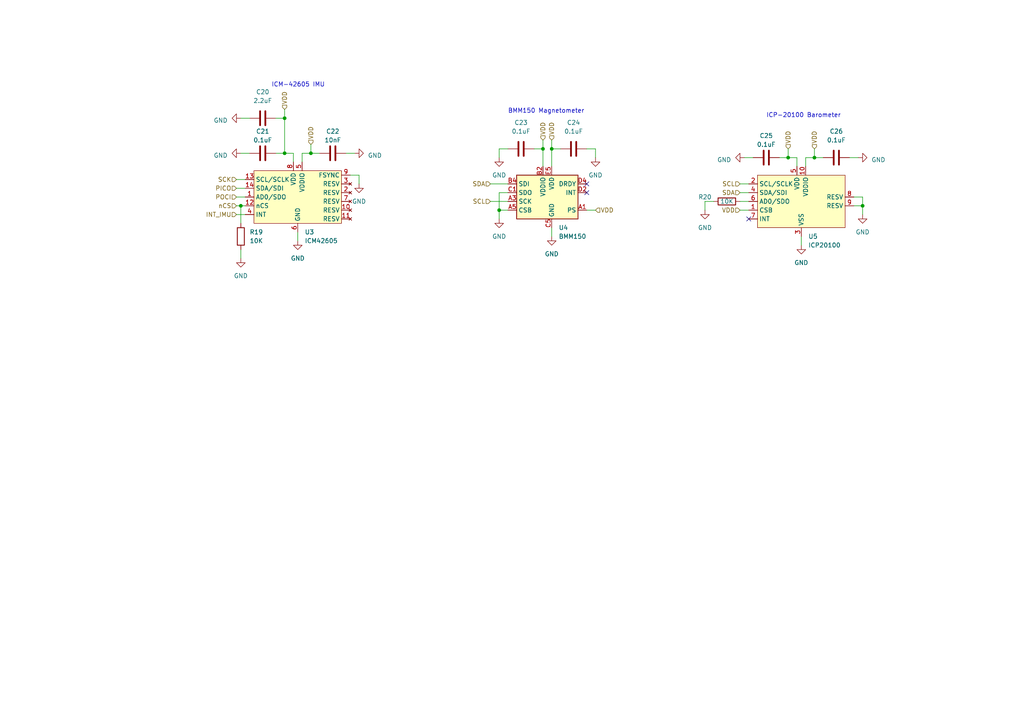
<source format=kicad_sch>
(kicad_sch (version 20211123) (generator eeschema)
  (paper "A4")
  (lib_symbols
    (symbol "Device:C" (pin_numbers hide) (pin_names (offset 0.254))
      (property "Reference" "C" (at 0.635 2.54 0))
      (property "Value" "C" (at 0.635 -2.54 0))
      (symbol "C_0_1"
        (polyline (pts (xy -2.032 -0.762) (xy 2.032 -0.762)) (stroke (width 0.508)))
        (polyline (pts (xy -2.032 0.762) (xy 2.032 0.762)) (stroke (width 0.508)))
      )
      (symbol "C_1_1"
        (pin passive line (at 0 3.81 270) (length 2.794) (name "~") (number "1"))
        (pin passive line (at 0 -3.81 90) (length 2.794) (name "~") (number "2"))
      )
    )
    (symbol "Device:R" (pin_numbers hide) (pin_names (offset 0))
      (property "Reference" "R" (at 2.032 0 90))
      (property "Value" "R" (at 0 0 90))
      (symbol "R_0_1"
        (rectangle (start -1.016 -2.54) (end 1.016 2.54) (stroke (width 0.254)))
      )
      (symbol "R_1_1"
        (pin passive line (at 0 3.81 270) (length 1.27) (name "~") (number "1"))
        (pin passive line (at 0 -3.81 90) (length 1.27) (name "~") (number "2"))
      )
    )
    (symbol "ICM42605:ICM42605"
      (property "Reference" "U" (at -7.62 8.89 0))
      (property "Value" "ICM42605" (at 7.62 8.89 0))
      (symbol "ICM42605_0_1"
        (rectangle (start -12.7 7.62) (end 12.7 -7.62) (stroke (width 0.1524)) (fill (type background)))
      )
      (symbol "ICM42605_1_1"
        (pin bidirectional line (at -15.24 0 0) (length 2.54) (name "AD0/SDO") (number "1"))
        (pin no_connect line (at 15.24 -3.81 180) (length 2.54) (name "RESV") (number "10"))
        (pin no_connect line (at 15.24 -6.35 180) (length 2.54) (name "RESV") (number "11"))
        (pin input line (at -15.24 -2.54 0) (length 2.54) (name "nCS") (number "12"))
        (pin input line (at -15.24 5.08 0) (length 2.54) (name "SCL/SCLK") (number "13"))
        (pin bidirectional line (at -15.24 2.54 0) (length 2.54) (name "SDA/SDI") (number "14"))
        (pin no_connect line (at 15.24 1.27 180) (length 2.54) (name "RESV") (number "2"))
        (pin no_connect line (at 15.24 3.81 180) (length 2.54) (name "RESV") (number "3"))
        (pin output line (at -15.24 -5.08 0) (length 2.54) (name "INT") (number "4"))
        (pin power_in line (at 1.27 10.16 270) (length 2.54) (name "VDDIO") (number "5"))
        (pin power_in line (at 0 -10.16 90) (length 2.54) (name "GND") (number "6"))
        (pin no_connect line (at 15.24 -1.27 180) (length 2.54) (name "RESV") (number "7"))
        (pin power_in line (at -1.27 10.16 270) (length 2.54) (name "VDD") (number "8"))
        (pin output line (at 15.24 6.35 180) (length 2.54) (name "FSYNC") (number "9"))
      )
    )
    (symbol "Invensense_ICP:ICP20100"
      (property "Reference" "U" (at -7.62 8.89 0))
      (property "Value" "ICP20100" (at 7.62 8.89 0))
      (symbol "ICP20100_0_1"
        (rectangle (start -12.7 7.62) (end 12.7 -7.62) (stroke (width 0.1524)) (fill (type background)))
      )
      (symbol "ICP20100_1_1"
        (pin input line (at -15.24 -2.54 0) (length 2.54) (name "CSB") (number "1"))
        (pin power_in line (at 1.27 10.16 270) (length 2.54) (name "VDDIO") (number "10"))
        (pin input line (at -15.24 5.08 0) (length 2.54) (name "SCL/SCLK") (number "2"))
        (pin power_in line (at 0 -10.16 90) (length 2.54) (name "VSS") (number "3"))
        (pin bidirectional line (at -15.24 2.54 0) (length 2.54) (name "SDA/SDI") (number "4"))
        (pin power_in line (at -1.27 10.16 270) (length 2.54) (name "VDD") (number "5"))
        (pin bidirectional line (at -15.24 0 0) (length 2.54) (name "AD0/SDO") (number "6"))
        (pin output line (at -15.24 -5.08 0) (length 2.54) (name "INT") (number "7"))
        (pin passive line (at 15.24 1.27 180) (length 2.54) (name "RESV") (number "8"))
        (pin passive line (at 15.24 -1.27 180) (length 2.54) (name "RESV") (number "9"))
      )
    )
    (symbol "Sensor_Magnetic:BMM150"
      (property "Reference" "U" (at -10.16 6.35 0))
      (property "Value" "BMM150" (at 7.62 6.35 0))
      (symbol "BMM150_0_1"
        (rectangle (start -10.16 5.08) (end 7.62 -7.62) (stroke (width 0.254)) (fill (type background)))
      )
      (symbol "BMM150_1_1"
        (pin input line (at 10.16 -5.08 180) (length 2.54) (name "PS") (number "A1"))
        (pin bidirectional line (at -12.7 -2.54 0) (length 2.54) (name "SCK") (number "A3"))
        (pin input line (at -12.7 -5.08 0) (length 2.54) (name "CSB") (number "A5"))
        (pin power_in line (at -2.54 7.62 270) (length 2.54) (name "VDDIO") (number "B2"))
        (pin bidirectional line (at -12.7 2.54 0) (length 2.54) (name "SDI") (number "B4"))
        (pin bidirectional line (at -12.7 0 0) (length 2.54) (name "SDO") (number "C1"))
        (pin power_in line (at 0 -10.16 90) (length 2.54) (name "GND") (number "C5"))
        (pin output line (at 10.16 0 180) (length 2.54) (name "INT") (number "D2"))
        (pin output line (at 10.16 2.54 180) (length 2.54) (name "DRDY") (number "D4"))
        (pin passive line (at 0 -10.16 90) (length 2.54) hide (name "GND") (number "E1"))
        (pin passive line (at 0 -10.16 90) (length 2.54) hide (name "GND") (number "E3"))
        (pin power_in line (at 0 7.62 270) (length 2.54) (name "VDD") (number "E5"))
      )
    )
    (symbol "power:GND" (power) (pin_names (offset 0))
      (property "Value" "GND" (at 0 -3.81 0))
      (symbol "GND_0_1"
        (polyline (pts (xy 0 0) (xy 0 -1.27) (xy 1.27 -1.27) (xy 0 -2.54) (xy -1.27 -1.27) (xy 0 -1.27)))
      )
      (symbol "GND_1_1"
        (pin power_in line (at 0 0 270) (length 0) hide (name "GND") (number "1"))
      )
    )
  )
  (junction (at 160.02 43.18))
  (junction (at 236.22 45.72) (diameter 0.9144))
  (junction (at 90.17 44.45) (diameter 0.9144))
  (junction (at 82.55 34.29) (diameter 0.9144))
  (junction (at 250.19 59.69))
  (junction (at 82.55 44.45) (diameter 0.9144))
  (junction (at 157.48 43.18))
  (junction (at 69.85 59.69))
  (junction (at 228.6 45.72))
  (junction (at 144.78 60.96))
  (no_connect (at 217.17 63.5))
  (no_connect (at 170.18 53.34))
  (no_connect (at 170.18 55.88))
  (wire (pts (xy 160.02 43.18) (xy 160.02 48.26)))
  (wire (pts (xy 246.38 45.72) (xy 248.92 45.72)))
  (wire (pts (xy 86.36 67.31) (xy 86.36 69.85)))
  (wire (pts (xy 157.48 43.18) (xy 157.48 48.26)))
  (wire (pts (xy 68.58 57.15) (xy 71.12 57.15)))
  (wire (pts (xy 80.01 34.29) (xy 82.55 34.29)))
  (wire (pts (xy 144.78 55.88) (xy 147.32 55.88)))
  (wire (pts (xy 85.09 46.99) (xy 85.09 44.45)))
  (wire (pts (xy 228.6 43.18) (xy 228.6 45.72)))
  (wire (pts (xy 144.78 60.96) (xy 147.32 60.96)))
  (wire (pts (xy 69.85 59.69) (xy 71.12 59.69)))
  (wire (pts (xy 226.06 45.72) (xy 228.6 45.72)))
  (wire (pts (xy 170.18 43.18) (xy 172.72 43.18)))
  (wire (pts (xy 228.6 45.72) (xy 231.14 45.72)))
  (wire (pts (xy 250.19 62.23) (xy 250.19 59.69)))
  (wire (pts (xy 170.18 60.96) (xy 172.72 60.96)))
  (wire (pts (xy 142.24 53.34) (xy 147.32 53.34)))
  (wire (pts (xy 144.78 63.5) (xy 144.78 60.96)))
  (wire (pts (xy 104.14 50.8) (xy 101.6 50.8)))
  (wire (pts (xy 172.72 43.18) (xy 172.72 45.72)))
  (wire (pts (xy 231.14 48.26) (xy 231.14 45.72)))
  (wire (pts (xy 69.85 44.45) (xy 72.39 44.45)))
  (wire (pts (xy 69.85 59.69) (xy 69.85 64.77)))
  (wire (pts (xy 90.17 44.45) (xy 92.71 44.45)))
  (wire (pts (xy 154.94 43.18) (xy 157.48 43.18)))
  (wire (pts (xy 236.22 43.18) (xy 236.22 45.72)))
  (wire (pts (xy 250.19 57.15) (xy 250.19 59.69)))
  (wire (pts (xy 247.65 57.15) (xy 250.19 57.15)))
  (wire (pts (xy 144.78 60.96) (xy 144.78 55.88)))
  (wire (pts (xy 82.55 34.29) (xy 82.55 44.45)))
  (wire (pts (xy 214.63 60.96) (xy 217.17 60.96)))
  (wire (pts (xy 215.9 45.72) (xy 218.44 45.72)))
  (wire (pts (xy 204.47 60.96) (xy 204.47 58.42)))
  (wire (pts (xy 147.32 43.18) (xy 144.78 43.18)))
  (wire (pts (xy 160.02 40.64) (xy 160.02 43.18)))
  (wire (pts (xy 100.33 44.45) (xy 102.87 44.45)))
  (wire (pts (xy 157.48 40.64) (xy 157.48 43.18)))
  (wire (pts (xy 68.58 59.69) (xy 69.85 59.69)))
  (wire (pts (xy 68.58 62.23) (xy 71.12 62.23)))
  (wire (pts (xy 142.24 58.42) (xy 147.32 58.42)))
  (wire (pts (xy 160.02 43.18) (xy 162.56 43.18)))
  (wire (pts (xy 236.22 45.72) (xy 238.76 45.72)))
  (wire (pts (xy 214.63 53.34) (xy 217.17 53.34)))
  (wire (pts (xy 233.68 45.72) (xy 236.22 45.72)))
  (wire (pts (xy 250.19 59.69) (xy 247.65 59.69)))
  (wire (pts (xy 82.55 31.75) (xy 82.55 34.29)))
  (wire (pts (xy 68.58 54.61) (xy 71.12 54.61)))
  (wire (pts (xy 144.78 43.18) (xy 144.78 45.72)))
  (wire (pts (xy 82.55 44.45) (xy 80.01 44.45)))
  (wire (pts (xy 87.63 46.99) (xy 87.63 44.45)))
  (wire (pts (xy 90.17 41.91) (xy 90.17 44.45)))
  (wire (pts (xy 85.09 44.45) (xy 82.55 44.45)))
  (wire (pts (xy 68.58 52.07) (xy 71.12 52.07)))
  (wire (pts (xy 87.63 44.45) (xy 90.17 44.45)))
  (wire (pts (xy 69.85 34.29) (xy 72.39 34.29)))
  (wire (pts (xy 160.02 66.04) (xy 160.02 68.58)))
  (wire (pts (xy 232.41 68.58) (xy 232.41 71.12)))
  (wire (pts (xy 104.14 53.34) (xy 104.14 50.8)))
  (wire (pts (xy 233.68 48.26) (xy 233.68 45.72)))
  (wire (pts (xy 214.63 55.88) (xy 217.17 55.88)))
  (wire (pts (xy 214.63 58.42) (xy 217.17 58.42)))
  (wire (pts (xy 69.85 72.39) (xy 69.85 74.93)))
  (wire (pts (xy 204.47 58.42) (xy 207.01 58.42)))
  (text "ICM-42605 IMU" (at 78.74 25.4 0) (effects (font (size 1.27 1.27)) (justify left bottom)))
  (text "ICP-20100 Barometer" (at 222.25 34.29 0) (effects (font (size 1.27 1.27)) (justify left bottom)))
  (text "BMM150 Magnetometer" (at 147.32 33.02 0) (effects (font (size 1.27 1.27)) (justify left bottom)))
  (hierarchical_label "SCL" (shape input) (at 214.63 53.34 180))
  (hierarchical_label "SCL" (shape input) (at 142.24 58.42 180))
  (hierarchical_label "PICO" (shape input) (at 68.58 54.61 180))
  (hierarchical_label "VDD" (shape input) (at 172.72 60.96 0))
  (hierarchical_label "SCK" (shape input) (at 68.58 52.07 180))
  (hierarchical_label "VDD" (shape input) (at 236.22 43.18 90))
  (hierarchical_label "VDD" (shape input) (at 82.55 31.75 90))
  (hierarchical_label "nCS" (shape input) (at 68.58 59.69 180))
  (hierarchical_label "VDD" (shape input) (at 228.6 43.18 90))
  (hierarchical_label "INT_IMU" (shape input) (at 68.58 62.23 180))
  (hierarchical_label "VDD" (shape input) (at 160.02 40.64 90))
  (hierarchical_label "SDA" (shape input) (at 214.63 55.88 180))
  (hierarchical_label "VDD" (shape input) (at 90.17 41.91 90))
  (hierarchical_label "POCI" (shape input) (at 68.58 57.15 180))
  (hierarchical_label "SDA" (shape input) (at 142.24 53.34 180))
  (hierarchical_label "VDD" (shape input) (at 214.63 60.96 180))
  (hierarchical_label "VDD" (shape input) (at 157.48 40.64 90))
  (symbol (lib_id "power:GND") (at 102.87 44.45 90) (unit 1)
    (property "Reference" "#PWR039" (effects hide))
    (property "Value" "GND" (at 106.68 45.0849 90) (effects (justify right)))
  )
  (symbol (lib_id "power:GND") (at 232.41 71.12 0) (unit 1)
    (property "Reference" "#PWR047" (effects hide))
    (property "Value" "GND" (at 232.41 76.2 0))
  )
  (symbol (lib_id "Device:R") (at 69.85 68.58 0) (unit 1)
    (property "Reference" "R19" (at 72.39 67.3099 0) (effects (justify left)))
    (property "Value" "10K" (at 72.39 69.8499 0) (effects (justify left)))
    (property "Footprint" "Resistor_SMD:R_0402_1005Metric" (effects hide))
  )
  (symbol (lib_id "Invensense_ICP:ICP20100") (at 232.41 58.42 0) (unit 1)
    (property "Reference" "U5" (at 234.4294 68.58 0) (effects (justify left)))
    (property "Value" "ICP20100" (at 234.4294 71.12 0) (effects (justify left)))
    (property "Footprint" "ICP20100:PQFN50P200X200X85-10N" (effects hide))
  )
  (symbol (lib_id "power:GND") (at 204.47 60.96 0) (unit 1)
    (property "Reference" "#PWR045" (effects hide))
    (property "Value" "GND" (at 204.47 66.04 0))
  )
  (symbol (lib_id "power:GND") (at 172.72 45.72 0) (mirror y) (unit 1)
    (property "Reference" "#PWR044" (effects hide))
    (property "Value" "GND" (at 172.72 50.8 0))
  )
  (symbol (lib_id "power:GND") (at 69.85 74.93 0) (unit 1)
    (property "Reference" "#PWR037" (effects hide))
    (property "Value" "GND" (at 69.85 80.01 0))
  )
  (symbol (lib_id "power:GND") (at 86.36 69.85 0) (unit 1)
    (property "Reference" "#PWR038" (effects hide))
    (property "Value" "GND" (at 86.36 74.93 0))
  )
  (symbol (lib_id "Device:C") (at 96.52 44.45 90) (unit 1)
    (property "Reference" "C22" (at 96.52 38.1 90))
    (property "Value" "10nF" (at 96.52 40.64 90))
    (property "Footprint" "Capacitor_SMD:C_0402_1005Metric" (effects hide))
    (property "LCSC" "C15195" (effects hide))
  )
  (symbol (lib_id "power:GND") (at 69.85 44.45 270) (unit 1)
    (property "Reference" "#PWR036" (effects hide))
    (property "Value" "GND" (at 66.04 45.0849 90) (effects (justify right)))
  )
  (symbol (lib_id "ICM42605:ICM42605") (at 86.36 57.15 0) (unit 1)
    (property "Reference" "U3" (at 88.3794 67.31 0) (effects (justify left)))
    (property "Value" "ICM42605" (at 88.3794 69.85 0) (effects (justify left)))
    (property "Footprint" "Package_LGA:LGA-14_3x2.5mm_P0.5mm_LayoutBorder3x4y" (effects hide))
  )
  (symbol (lib_id "Device:C") (at 166.37 43.18 90) (unit 1)
    (property "Reference" "C24" (at 166.37 35.56 90))
    (property "Value" "0.1uF" (at 166.37 38.1 90))
    (property "Footprint" "Capacitor_SMD:C_0402_1005Metric" (effects hide))
  )
  (symbol (lib_id "power:GND") (at 144.78 45.72 0) (unit 1)
    (property "Reference" "#PWR041" (effects hide))
    (property "Value" "GND" (at 144.78 50.8 0))
  )
  (symbol (lib_id "power:GND") (at 104.14 53.34 0) (unit 1)
    (property "Reference" "#PWR040" (effects hide))
    (property "Value" "GND" (at 104.14 58.42 0))
  )
  (symbol (lib_id "power:GND") (at 69.85 34.29 270) (unit 1)
    (property "Reference" "#PWR035" (effects hide))
    (property "Value" "GND" (at 66.04 34.9249 90) (effects (justify right)))
  )
  (symbol (lib_id "Sensor_Magnetic:BMM150") (at 160.02 55.88 0) (unit 1)
    (property "Reference" "U4" (at 162.0394 66.04 0) (effects (justify left)))
    (property "Value" "BMM150" (at 162.0394 68.58 0) (effects (justify left)))
    (property "Footprint" "Package_CSP:WLCSP-12_1.56x1.56mm_P0.4mm" (effects hide))
    (property "Datasheet" "https://www.mouser.com/datasheet/2/783/BST-BMM150-DS001-01-786480.pdf" (effects hide))
  )
  (symbol (lib_id "Device:C") (at 151.13 43.18 90) (unit 1)
    (property "Reference" "C23" (at 151.13 35.56 90))
    (property "Value" "0.1uF" (at 151.13 38.1 90))
    (property "Footprint" "Capacitor_SMD:C_0402_1005Metric" (effects hide))
  )
  (symbol (lib_id "power:GND") (at 215.9 45.72 270) (unit 1)
    (property "Reference" "#PWR046" (effects hide))
    (property "Value" "GND" (at 212.09 46.3549 90) (effects (justify right)))
  )
  (symbol (lib_id "Device:C") (at 222.25 45.72 90) (unit 1)
    (property "Reference" "C25" (at 222.25 39.37 90))
    (property "Value" "0.1uF" (at 222.25 41.91 90))
    (property "Footprint" "Capacitor_SMD:C_0402_1005Metric" (effects hide))
    (property "LCSC" "C1525" (effects hide))
  )
  (symbol (lib_id "Device:C") (at 76.2 34.29 90) (unit 1)
    (property "Reference" "C20" (at 76.2 26.67 90))
    (property "Value" "2.2uF" (at 76.2 29.21 90))
    (property "Footprint" "Capacitor_SMD:C_0402_1005Metric" (effects hide))
    (property "LCSC" "C23733" (effects hide))
  )
  (symbol (lib_id "Device:C") (at 242.57 45.72 90) (unit 1)
    (property "Reference" "C26" (at 242.57 38.1 90))
    (property "Value" "0.1uF" (at 242.57 40.64 90))
    (property "Footprint" "Capacitor_SMD:C_0402_1005Metric" (effects hide))
    (property "LCSC" "C15195" (effects hide))
  )
  (symbol (lib_id "power:GND") (at 144.78 63.5 0) (unit 1)
    (property "Reference" "#PWR042" (effects hide))
    (property "Value" "GND" (at 144.78 68.58 0))
  )
  (symbol (lib_id "Device:C") (at 76.2 44.45 90) (unit 1)
    (property "Reference" "C21" (at 76.2 38.1 90))
    (property "Value" "0.1uF" (at 76.2 40.64 90))
    (property "Footprint" "Capacitor_SMD:C_0402_1005Metric" (effects hide))
    (property "LCSC" "C1525" (effects hide))
  )
  (symbol (lib_id "Device:R") (at 210.82 58.42 90) (unit 1)
    (property "Reference" "R20" (at 204.47 57.15 90))
    (property "Value" "10K" (at 210.82 58.42 90))
    (property "Footprint" "Resistor_SMD:R_0402_1005Metric" (effects hide))
  )
  (symbol (lib_id "power:GND") (at 248.92 45.72 90) (unit 1)
    (property "Reference" "#PWR048" (effects hide))
    (property "Value" "GND" (at 252.73 46.3549 90) (effects (justify right)))
  )
  (symbol (lib_id "power:GND") (at 250.19 62.23 0) (unit 1)
    (property "Reference" "#PWR049" (effects hide))
    (property "Value" "GND" (at 250.19 67.31 0))
  )
  (symbol (lib_id "power:GND") (at 160.02 68.58 0) (unit 1)
    (property "Reference" "#PWR043" (effects hide))
    (property "Value" "GND" (at 160.02 73.66 0))
  )
)
</source>
